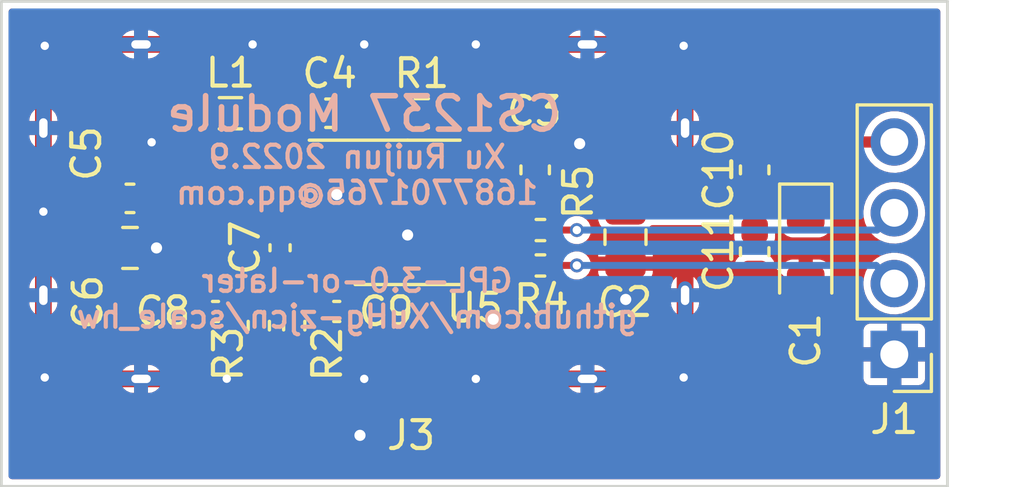
<source format=kicad_pcb>
(kicad_pcb (version 20211014) (generator pcbnew)
  (layers (0 "F.Cu" signal) (31 "B.Cu" signal) (34 "B.Paste" user) (35 "F.Paste" user) (36 "B.SilkS" user "B.Silkscreen") (37 "F.SilkS" user "F.Silkscreen") (38 "B.Mask" user) (39 "F.Mask" user) (44 "Edge.Cuts" user))
  (net 0 "")
  (net 1 "GND")
  (net 2 "+5V")
  (net 3 "Net-(C4-Pad1)")
  (net 4 "Net-(J1-Pad2)")
  (net 5 "Net-(J1-Pad3)")
  (net 6 "Net-(C5-Pad1)")
  (net 7 "Net-(C7-Pad1)")
  (net 8 "Net-(C7-Pad2)")
  (net 9 "Net-(J3-Pad2)")
  (net 10 "Net-(J3-Pad3)")
  (net 11 "Net-(R1-Pad2)")
  (net 12 "Net-(R4-Pad1)")
  (net 13 "Net-(R5-Pad1)")
  (footprint "Capacitor_SMD:C_0603_1608Metric" (layer "F.Cu") (at 87.204082 57.4802 90)
    (fp_text reference "C3" (at 2.1082 -0.031282 180) (layer "F.SilkS"))
    (fp_text value "100nf")
    (fp_line (start -0.14058 -0.51) (end 0.14058 -0.51) (layer "F.SilkS") (width 0.12))
    (fp_line (start -0.14058 0.51) (end 0.14058 0.51) (layer "F.SilkS") (width 0.12))
    (pad "1" smd roundrect (at -0.775 0 90) (size 0.9 0.95) (layers "F.Cu" "F.Paste" "F.Mask") (net 2 "+5V"))
    (pad "2" smd roundrect (at 0.775 0 90) (size 0.9 0.95) (layers "F.Cu" "F.Paste" "F.Mask") (net 1 "GND"))
  )
  (footprint "Resistor_SMD:R_0402_1005Metric" (layer "F.Cu") (at 77.298082 63.0682 90)
    (fp_text reference "R3" (at -1.016 -1.098082 90) (layer "F.SilkS"))
    (fp_text value "100")
    (fp_line (start -0.153641 0.38) (end 0.153641 0.38) (layer "F.SilkS") (width 0.12))
    (fp_line (start -0.153641 -0.38) (end 0.153641 -0.38) (layer "F.SilkS") (width 0.12))
    (pad "1" smd roundrect (at -0.51 0 90) (size 0.54 0.64) (layers "F.Cu" "F.Paste" "F.Mask") (net 9 "Net-(J3-Pad2)"))
    (pad "2" smd roundrect (at 0.51 0 90) (size 0.54 0.64) (layers "F.Cu" "F.Paste" "F.Mask") (net 8 "Net-(C7-Pad2)"))
  )
  (footprint "pads:pad4_1x1.5mm_Pitch2mm" (layer "F.Cu") (at 77.930582 67.0052)
    (fp_text reference "J3" (at 4.826 0 unlocked) (layer "F.SilkS"))
    (fp_text value "Conn_01x04")
    (pad "1" smd roundrect (at -3 0) (size 1 1.5) (layers "F.Cu" "F.Paste" "F.Mask") (net 6 "Net-(C5-Pad1)"))
    (pad "2" smd roundrect (at -1 0) (size 1 1.5) (layers "F.Cu" "F.Paste" "F.Mask") (net 9 "Net-(J3-Pad2)"))
    (pad "3" smd roundrect (at 1 0) (size 1 1.5) (layers "F.Cu" "F.Paste" "F.Mask") (net 10 "Net-(J3-Pad3)"))
    (pad "4" smd roundrect (at 3 0) (size 1 1.5) (layers "F.Cu" "F.Paste" "F.Mask") (net 1 "GND"))
  )
  (footprint "Capacitor_SMD:C_0402_1005Metric" (layer "F.Cu") (at 80.092082 62.5602 180)
    (fp_text reference "C9" (at -1.7755 0) (layer "F.SilkS"))
    (fp_text value "100pf")
    (fp_line (start -0.107836 -0.36) (end 0.107836 -0.36) (layer "F.SilkS") (width 0.12))
    (fp_line (start -0.107836 0.36) (end 0.107836 0.36) (layer "F.SilkS") (width 0.12))
    (pad "1" smd roundrect (at -0.48 0 180) (size 0.56 0.62) (layers "F.Cu" "F.Paste" "F.Mask") (net 1 "GND"))
    (pad "2" smd roundrect (at 0.48 0 180) (size 0.56 0.62) (layers "F.Cu" "F.Paste" "F.Mask") (net 7 "Net-(C7-Pad1)"))
  )
  (footprint "Capacitor_SMD:C_0805_2012Metric" (layer "F.Cu") (at 90.441332 59.8932 -90)
    (fp_text reference "C2" (at 2.3368 0.017332 180) (layer "F.SilkS"))
    (fp_text value "10uf")
    (fp_line (start -0.261252 -0.735) (end 0.261252 -0.735) (layer "F.SilkS") (width 0.12))
    (fp_line (start -0.261252 0.735) (end 0.261252 0.735) (layer "F.SilkS") (width 0.12))
    (pad "1" smd roundrect (at -0.95 0 270) (size 1 1.45) (layers "F.Cu" "F.Paste" "F.Mask") (net 2 "+5V"))
    (pad "2" smd roundrect (at 0.95 0 270) (size 1 1.45) (layers "F.Cu" "F.Paste" "F.Mask") (net 1 "GND"))
  )
  (footprint "Connector_PinHeader_2.54mm:PinHeader_1x04_P2.54mm_Vertical" (layer "F.Cu") (at 100.076 64.0996 180)
    (fp_text reference "J1" (at 0 -2.33 180) (layer "F.SilkS"))
    (fp_text value "Conn_01x04")
    (fp_line (start -1.33 0) (end -1.33 -1.33) (layer "F.SilkS") (width 0.12))
    (fp_line (start -1.33 8.95) (end 1.33 8.95) (layer "F.SilkS") (width 0.12))
    (fp_line (start -1.33 1.27) (end -1.33 8.95) (layer "F.SilkS") (width 0.12))
    (fp_line (start -1.33 -1.33) (end 0 -1.33) (layer "F.SilkS") (width 0.12))
    (fp_line (start 1.33 1.27) (end 1.33 8.95) (layer "F.SilkS") (width 0.12))
    (fp_line (start -1.33 1.27) (end 1.33 1.27) (layer "F.SilkS") (width 0.12))
    (pad "1" thru_hole rect (at 0 0 180) (size 1.7 1.7) (drill 1) (layers *.Cu *.Mask) (net 1 "GND"))
    (pad "2" thru_hole oval (at 0 2.54 180) (size 1.7 1.7) (drill 1) (layers *.Cu *.Mask) (net 4 "Net-(J1-Pad2)"))
    (pad "3" thru_hole oval (at 0 5.08 180) (size 1.7 1.7) (drill 1) (layers *.Cu *.Mask) (net 5 "Net-(J1-Pad3)"))
    (pad "4" thru_hole oval (at 0 7.62 180) (size 1.7 1.7) (drill 1) (layers *.Cu *.Mask) (net 2 "+5V"))
  )
  (footprint "Capacitor_SMD:C_0402_1005Metric" (layer "F.Cu") (at 75.746082 62.5602 180)
    (fp_text reference "C8" (at 1.882882 0) (layer "F.SilkS"))
    (fp_text value "100pf")
    (fp_line (start -0.107836 0.36) (end 0.107836 0.36) (layer "F.SilkS") (width 0.12))
    (fp_line (start -0.107836 -0.36) (end 0.107836 -0.36) (layer "F.SilkS") (width 0.12))
    (pad "1" smd roundrect (at -0.48 0 180) (size 0.56 0.62) (layers "F.Cu" "F.Paste" "F.Mask") (net 8 "Net-(C7-Pad2)"))
    (pad "2" smd roundrect (at 0.48 0 180) (size 0.56 0.62) (layers "F.Cu" "F.Paste" "F.Mask") (net 1 "GND"))
  )
  (footprint "Resistor_SMD:R_0402_1005Metric" (layer "F.Cu") (at 87.393332 59.6392)
    (fp_text reference "R5" (at 1.354268 -1.3716 90) (layer "F.SilkS"))
    (fp_text value "1k")
    (fp_line (start -0.153641 -0.38) (end 0.153641 -0.38) (layer "F.SilkS") (width 0.12))
    (fp_line (start -0.153641 0.38) (end 0.153641 0.38) (layer "F.SilkS") (width 0.12))
    (pad "1" smd roundrect (at -0.51 0) (size 0.54 0.64) (layers "F.Cu" "F.Paste" "F.Mask") (net 13 "Net-(R5-Pad1)"))
    (pad "2" smd roundrect (at 0.51 0) (size 0.54 0.64) (layers "F.Cu" "F.Paste" "F.Mask") (net 5 "Net-(J1-Pad3)"))
  )
  (footprint "Resistor_SMD:R_0402_1005Metric" (layer "F.Cu") (at 87.393332 60.9092)
    (fp_text reference "R4" (at 0.033468 1.2192) (layer "F.SilkS"))
    (fp_text value "1k")
    (fp_line (start -0.153641 -0.38) (end 0.153641 -0.38) (layer "F.SilkS") (width 0.12))
    (fp_line (start -0.153641 0.38) (end 0.153641 0.38) (layer "F.SilkS") (width 0.12))
    (pad "1" smd roundrect (at -0.51 0) (size 0.54 0.64) (layers "F.Cu" "F.Paste" "F.Mask") (net 12 "Net-(R4-Pad1)"))
    (pad "2" smd roundrect (at 0.51 0) (size 0.54 0.64) (layers "F.Cu" "F.Paste" "F.Mask") (net 4 "Net-(J1-Pad2)"))
  )
  (footprint "Package_SO:SOP-8_3.76x4.96mm_P1.27mm" (layer "F.Cu") (at 82.632082 59.0042)
    (fp_text reference "U5" (at 2.4105 3.429) (layer "F.SilkS"))
    (fp_text value "CS1237")
    (fp_line (start 0 2.59) (end -1.88 2.59) (layer "F.SilkS") (width 0.12))
    (fp_line (start 0 -2.59) (end 1.88 -2.59) (layer "F.SilkS") (width 0.12))
    (fp_line (start 0 2.59) (end 1.88 2.59) (layer "F.SilkS") (width 0.12))
    (fp_line (start 0 -2.59) (end -3.525 -2.59) (layer "F.SilkS") (width 0.12))
    (pad "1" smd roundrect (at -2.5375 -1.905) (size 1.975 0.65) (layers "F.Cu" "F.Paste" "F.Mask") (net 6 "Net-(C5-Pad1)"))
    (pad "2" smd roundrect (at -2.5375 -0.635) (size 1.975 0.65) (layers "F.Cu" "F.Paste" "F.Mask") (net 1 "GND"))
    (pad "3" smd roundrect (at -2.5375 0.635) (size 1.975 0.65) (layers "F.Cu" "F.Paste" "F.Mask") (net 8 "Net-(C7-Pad2)"))
    (pad "4" smd roundrect (at -2.5375 1.905) (size 1.975 0.65) (layers "F.Cu" "F.Paste" "F.Mask") (net 7 "Net-(C7-Pad1)"))
    (pad "5" smd roundrect (at 2.5375 1.905) (size 1.975 0.65) (layers "F.Cu" "F.Paste" "F.Mask") (net 12 "Net-(R4-Pad1)"))
    (pad "6" smd roundrect (at 2.5375 0.635) (size 1.975 0.65) (layers "F.Cu" "F.Paste" "F.Mask") (net 13 "Net-(R5-Pad1)"))
    (pad "7" smd roundrect (at 2.5375 -0.635) (size 1.975 0.65) (layers "F.Cu" "F.Paste" "F.Mask") (net 2 "+5V"))
    (pad "8" smd roundrect (at 2.5375 -1.905) (size 1.975 0.65) (layers "F.Cu" "F.Paste" "F.Mask") (net 11 "Net-(R1-Pad2)"))
  )
  (footprint "Capacitor_SMD:C_0805_2012Metric" (layer "F.Cu") (at 72.6818 60.280718)
    (fp_text reference "C6" (at -1.511 1.949282 90) (layer "F.SilkS"))
    (fp_text value "10uf")
    (fp_line (start -0.261252 0.735) (end 0.261252 0.735) (layer "F.SilkS") (width 0.12))
    (fp_line (start -0.261252 -0.735) (end 0.261252 -0.735) (layer "F.SilkS") (width 0.12))
    (pad "1" smd roundrect (at -0.95 0) (size 1 1.45) (layers "F.Cu" "F.Paste" "F.Mask") (net 6 "Net-(C5-Pad1)"))
    (pad "2" smd roundrect (at 0.95 0) (size 1 1.45) (layers "F.Cu" "F.Paste" "F.Mask") (net 1 "GND"))
  )
  (footprint "Capacitor_SMD:C_0603_1608Metric" (layer "F.Cu") (at 72.6818 58.502718)
    (fp_text reference "C5" (at -1.5618 -1.606718 90) (layer "F.SilkS"))
    (fp_text value "100nf")
    (fp_line (start -0.14058 0.51) (end 0.14058 0.51) (layer "F.SilkS") (width 0.12))
    (fp_line (start -0.14058 -0.51) (end 0.14058 -0.51) (layer "F.SilkS") (width 0.12))
    (pad "1" smd roundrect (at -0.775 0) (size 0.9 0.95) (layers "F.Cu" "F.Paste" "F.Mask") (net 6 "Net-(C5-Pad1)"))
    (pad "2" smd roundrect (at 0.775 0) (size 0.9 0.95) (layers "F.Cu" "F.Paste" "F.Mask") (net 1 "GND"))
  )
  (footprint "Resistor_SMD:R_0402_1005Metric" (layer "F.Cu") (at 78.568082 63.0682 90)
    (fp_text reference "R2" (at -1.016 1.187918 90) (layer "F.SilkS"))
    (fp_text value "100")
    (fp_line (start -0.153641 -0.38) (end 0.153641 -0.38) (layer "F.SilkS") (width 0.12))
    (fp_line (start -0.153641 0.38) (end 0.153641 0.38) (layer "F.SilkS") (width 0.12))
    (pad "1" smd roundrect (at -0.51 0 90) (size 0.54 0.64) (layers "F.Cu" "F.Paste" "F.Mask") (net 10 "Net-(J3-Pad3)"))
    (pad "2" smd roundrect (at 0.51 0 90) (size 0.54 0.64) (layers "F.Cu" "F.Paste" "F.Mask") (net 7 "Net-(C7-Pad1)"))
  )
  (footprint "pads:Sheild_CS1237MOD" (layer "F.Cu") (at 81.0768 58.9788)
    (fp_text reference "J2" hide)
    (fp_text value "RFShield_OnePiece")
    (pad "1" thru_hole circle (at -4 -6 180) (size 0.6 0.6) (drill 0.3) (layers *.Cu) (net 1 "GND"))
    (pad "1" thru_hole circle (at 11.45 5.95 180) (size 0.6 0.6) (drill 0.3) (layers *.Cu) (net 1 "GND"))
    (pad "1" thru_hole oval (at 11.5 -3) (size 0.5 1) (drill oval 0.3 0.7) (layers *.Cu *.Mask) (net 1 "GND"))
    (pad "1" thru_hole circle (at 11.45 -5.95 180) (size 0.6 0.6) (drill 0.3) (layers *.Cu) (net 1 "GND"))
    (pad "1" thru_hole circle (at 0 6 180) (size 0.6 0.6) (drill 0.3) (layers *.Cu) (net 1 "GND"))
    (pad "1" thru_hole circle (at 0 -6 180) (size 0.6 0.6) (drill 0.3) (layers *.Cu) (net 1 "GND"))
    (pad "1" thru_hole oval (at -11.5 3) (size 0.5 1) (drill oval 0.3 0.7) (layers *.Cu *.Mask) (net 1 "GND"))
    (pad "1" smd rect (at -11.5 0 90) (size 12.6 0.6) (layers "F.Cu" "F.Paste" "F.Mask") (net 1 "GND"))
    (pad "1" thru_hole circle (at 4 6 180) (size 0.6 0.6) (drill 0.3) (layers *.Cu) (net 1 "GND"))
    (pad "1" thru_hole oval (at -8 6) (size 1 0.5) (drill oval 0.7 0.3) (layers *.Cu *.Mask) (net 1 "GND"))
    (pad "1" thru_hole oval (at -8 -6) (size 1 0.5) (drill oval 0.7 0.3) (layers *.Cu *.Mask) (net 1 "GND"))
    (pad "1" smd rect (at 11.5 3.4 90) (size 5.8 0.6) (layers "F.Cu" "F.Paste" "F.Mask") (net 1 "GND"))
    (pad "1" thru_hole circle (at -11.5 0 180) (size 0.6 0.6) (drill 0.3) (layers *.Cu) (net 1 "GND"))
    (pad "1" thru_hole oval (at 8 6) (size 1 0.5) (drill oval 0.7 0.3) (layers *.Cu *.Mask) (net 1 "GND"))
    (pad "1" thru_hole circle (at -11.45 -5.95 180) (size 0.6 0.6) (drill 0.3) (layers *.Cu) (net 1 "GND"))
    (pad "1" thru_hole oval (at 8 -6) (size 1 0.5) (drill oval 0.7 0.3) (layers *.Cu *.Mask) (net 1 "GND"))
    (pad "1" smd rect (at 5.75 6 180) (size 12.1 0.6) (layers "F.Cu" "F.Paste" "F.Mask") (net 1 "GND"))
    (pad "1" thru_hole circle (at 4 -6 180) (size 0.6 0.6) (drill 0.3) (layers *.Cu) (net 1 "GND"))
    (pad "1" smd rect (at -9.525 6 180) (size 4.55 0.6) (layers "F.Cu" "F.Paste" "F.Mask") (net 1 "GND"))
    (pad "1" smd rect (at 11.5 -3.45 90) (size 5.7 0.6) (layers "F.Cu" "F.Paste" "F.Mask") (net 1 "GND"))
    (pad "1" thru_hole oval (at -11.5 -3) (size 0.5 1) (drill oval 0.3 0.7) (layers *.Cu *.Mask) (net 1 "GND"))
    (pad "1" smd rect (at 0 -6) (size 23.6 0.6) (layers "F.Cu" "F.Paste" "F.Mask") (net 1 "GND"))
    (pad "1" thru_hole circle (at -11.45 5.95 180) (size 0.6 0.6) (drill 0.3) (layers *.Cu) (net 1 "GND"))
    (pad "1" thru_hole oval (at 11.5 3) (size 0.5 1) (drill oval 0.3 0.7) (layers *.Cu *.Mask) (net 1 "GND"))
  )
  (footprint "Capacitor_SMD:C_0603_1608Metric" (layer "F.Cu") (at 95.0722 57.4802 90)
    (fp_text reference "C10" (at 0 -1.2954 90) (layer "F.SilkS"))
    (fp_text value "100nf")
    (fp_line (start -0.14058 0.51) (end 0.14058 0.51) (layer "F.SilkS") (width 0.12))
    (fp_line (start -0.14058 -0.51) (end 0.14058 -0.51) (layer "F.SilkS") (width 0.12))
    (pad "1" smd roundrect (at -0.775 0 90) (size 0.9 0.95) (layers "F.Cu" "F.Paste" "F.Mask") (net 2 "+5V"))
    (pad "2" smd roundrect (at 0.775 0 90) (size 0.9 0.95) (layers "F.Cu" "F.Paste" "F.Mask") (net 1 "GND"))
  )
  (footprint "Resistor_SMD:R_0603_1608Metric" (layer "F.Cu") (at 83.140082 55.4482)
    (fp_text reference "R1" (at 0 -1.43) (layer "F.SilkS"))
    (fp_text value "1")
    (fp_line (start -0.237258 -0.5225) (end 0.237258 -0.5225) (layer "F.SilkS") (width 0.12))
    (fp_line (start -0.237258 0.5225) (end 0.237258 0.5225) (layer "F.SilkS") (width 0.12))
    (pad "1" smd roundrect (at -0.825 0) (size 0.8 0.95) (layers "F.Cu" "F.Paste" "F.Mask") (net 3 "Net-(C4-Pad1)"))
    (pad "2" smd roundrect (at 0.825 0) (size 0.8 0.95) (layers "F.Cu" "F.Paste" "F.Mask") (net 11 "Net-(R1-Pad2)"))
  )
  (footprint "Capacitor_SMD:C_0603_1608Metric" (layer "F.Cu") (at 95.0722 60.4142 -90)
    (fp_text reference "C11" (at 0 1.2954 90) (layer "F.SilkS"))
    (fp_text value "100nf")
    (fp_line (start -0.14058 0.51) (end 0.14058 0.51) (layer "F.SilkS") (width 0.12))
    (fp_line (start -0.14058 -0.51) (end 0.14058 -0.51) (layer "F.SilkS") (width 0.12))
    (pad "1" smd roundrect (at -0.775 0 270) (size 0.9 0.95) (layers "F.Cu" "F.Paste" "F.Mask") (net 2 "+5V"))
    (pad "2" smd roundrect (at 0.775 0 270) (size 0.9 0.95) (layers "F.Cu" "F.Paste" "F.Mask") (net 1 "GND"))
  )
  (footprint "Capacitor_SMD:C_0402_1005Metric" (layer "F.Cu") (at 78.060082 60.2742 90)
    (fp_text reference "C7" (at 0 -1.250482 90) (layer "F.SilkS"))
    (fp_text value "100nf")
    (fp_line (start -0.107836 0.36) (end 0.107836 0.36) (layer "F.SilkS") (width 0.12))
    (fp_line (start -0.107836 -0.36) (end 0.107836 -0.36) (layer "F.SilkS") (width 0.12))
    (pad "1" smd roundrect (at -0.48 0 90) (size 0.56 0.62) (layers "F.Cu" "F.Paste" "F.Mask") (net 7 "Net-(C7-Pad1)"))
    (pad "2" smd roundrect (at 0.48 0 90) (size 0.56 0.62) (layers "F.Cu" "F.Paste" "F.Mask") (net 8 "Net-(C7-Pad2)"))
  )
  (footprint "Capacitor_Tantalum_SMD:CP_EIA-3216-18_Kemet-A" (layer "F.Cu") (at 96.901 60.2996 -90)
    (fp_text reference "C1" (at 3.302 0 90) (layer "F.SilkS"))
    (fp_text value "47uF")
    (fp_line (start -2.31 -0.935) (end -2.31 0.935) (layer "F.SilkS") (width 0.12))
    (fp_line (start 1.6 -0.935) (end -2.31 -0.935) (layer "F.SilkS") (width 0.12))
    (fp_line (start -2.31 0.935) (end 1.6 0.935) (layer "F.SilkS") (width 0.12))
    (pad "1" smd roundrect (at -1.35 0 270) (size 1.4 1.35) (layers "F.Cu" "F.Paste" "F.Mask") (roundrect_rratio 0.1851851852) (net 2 "+5V"))
    (pad "2" smd roundrect (at 1.35 0 270) (size 1.4 1.35) (layers "F.Cu" "F.Paste" "F.Mask") (roundrect_rratio 0.1851851852) (net 1 "GND"))
  )
  (footprint "Capacitor_SMD:C_0603_1608Metric" (layer "F.Cu") (at 79.838082 55.4482)
    (fp_text reference "C4" (at 0 -1.43) (layer "F.SilkS"))
    (fp_text value "100n")
    (fp_line (start -0.14058 0.51) (end 0.14058 0.51) (layer "F.SilkS") (width 0.12))
    (fp_line (start -0.14058 -0.51) (end 0.14058 -0.51) (layer "F.SilkS") (width 0.12))
    (pad "1" smd roundrect (at -0.775 0) (size 0.9 0.95) (layers "F.Cu" "F.Paste" "F.Mask") (net 3 "Net-(C4-Pad1)"))
    (pad "2" smd roundrect (at 0.775 0) (size 0.9 0.95) (layers "F.Cu" "F.Paste" "F.Mask") (net 1 "GND"))
  )
  (footprint "Inductor_SMD:L_0805_2012Metric" (layer "F.Cu") (at 76.282082 55.4482)
    (fp_text reference "L1" (at 0 -1.4478) (layer "F.SilkS"))
    (fp_text value "10uH")
    (fp_line (start -0.399622 -0.56) (end 0.399622 -0.56) (layer "F.SilkS") (width 0.12))
    (fp_line (start -0.399622 0.56) (end 0.399622 0.56) (layer "F.SilkS") (width 0.12))
    (pad "1" smd roundrect (at -1.0625 0) (size 0.875 1.2) (layers "F.Cu" "F.Paste" "F.Mask") (net 6 "Net-(C5-Pad1)"))
    (pad "2" smd roundrect (at 1.0625 0) (size 0.875 1.2) (layers "F.Cu" "F.Paste" "F.Mask") (net 3 "Net-(C4-Pad1)"))
  )
  (gr_line (start 68.072 51.435) (end 101.981 51.435) (layer "Edge.Cuts") (width 0.1))
  (gr_line (start 101.981 51.435) (end 101.981 68.834) (layer "Edge.Cuts") (width 0.1))
  (gr_line (start 101.981 68.834) (end 68.072 68.834) (layer "Edge.Cuts") (width 0.1))
  (gr_line (start 68.072 68.834) (end 68.072 51.435) (layer "Edge.Cuts") (width 0.1))
  (gr_text "GPL-3.0-or-later\ngithub.com/XuHg-zjcn/scale_hw" (at 80.8228 62.103) (layer "B.SilkS") (effects (font (size 0.8 0.8)) (justify mirror)))
  (gr_text "CS1237 Module" (at 81.0768 55.4736) (layer "B.SilkS") (effects (font (size 1.2 1.2) (thickness 0.2)) (justify mirror)))
  (gr_text "Xu Ruijun 2022.9\n1687701765@qq.com" (at 80.8228 57.658) (layer "B.SilkS") (effects (font (size 0.8 0.8)) (justify mirror)))
  (segment (start 82.632082 62.401918) (end 80.930582 64.103418) (width 0.508) (layer "F.Cu") (net 1))
  (segment (start 82.632082 59.817) (end 82.632082 57.4802) (width 0.4) (layer "F.Cu") (net 1))
  (segment (start 95.6548 61.1892) (end 95.0722 61.1892) (width 0.508) (layer "F.Cu") (net 1))
  (segment (start 80.094582 58.3692) (end 81.184282 58.3692) (width 0.508) (layer "F.Cu") (net 1))
  (segment (start 80.930582 67.0052) (end 81.1276 67.0052) (width 0.4) (layer "F.Cu") (net 1))
  (segment (start 83.3882 54.4322) (end 86.4362 54.4322) (width 0.45) (layer "F.Cu") (net 1))
  (segment (start 98.288 64.0996) (end 97.2312 63.0428) (width 0.4) (layer "F.Cu") (net 1))
  (segment (start 98.288 64.0996) (end 100.076 64.0996) (width 0.4) (layer "F.Cu") (net 1))
  (segment (start 80.613082 55.4482) (end 80.613082 55.4612) (width 0.25) (layer "F.Cu") (net 1))
  (segment (start 75.692 58.3692) (end 80.094582 58.3692) (width 0.25) (layer "F.Cu") (net 1))
  (segment (start 80.613082 55.4612) (end 82.632082 57.4802) (width 0.25) (layer "F.Cu") (net 1))
  (segment (start 73.6318 59.357) (end 73.4568 59.182) (width 0.508) (layer "F.Cu") (net 1))
  (segment (start 90.441332 62.196532) (end 90.4494 62.2046) (width 0.508) (layer "F.Cu") (net 1))
  (segment (start 97.2312 63.0428) (end 97.2312 61.6496) (width 0.4) (layer "F.Cu") (net 1))
  (segment (start 96.1152 61.6496) (end 95.6548 61.1892) (width 0.508) (layer "F.Cu") (net 1))
  (segment (start 75.558482 58.502718) (end 73.4568 58.502718) (width 0.25) (layer "F.Cu") (net 1))
  (segment (start 87.204082 55.200082) (end 87.204082 56.7052) (width 0.45) (layer "F.Cu") (net 1))
  (segment (start 93.8886 60.8432) (end 94.2216 61.1762) (width 0.508) (layer "F.Cu") (net 1))
  (segment (start 73.6318 60.280718) (end 73.6318 59.357) (width 0.508) (layer "F.Cu") (net 1))
  (segment (start 80.572082 62.5602) (end 80.572082 63.744918) (width 0.508) (layer "F.Cu") (net 1))
  (segment (start 83.140082 54.680318) (end 83.3882 54.4322) (width 0.45) (layer "F.Cu") (net 1))
  (segment (start 82.632082 62.401918) (end 82.632082 59.817) (width 0.508) (layer "F.Cu") (net 1))
  (segment (start 87.204082 55.200082) (end 86.4362 54.4322) (width 0.45) (layer "F.Cu") (net 1))
  (segment (start 75.558482 58.502718) (end 75.692 58.3692) (width 0.25) (layer "F.Cu") (net 1))
  (segment (start 80.930582 67.0052) (end 80.930582 64.103418) (width 0.508) (layer "F.Cu") (net 1))
  (segment (start 83.140082 56.9722) (end 83.140082 54.680318) (width 0.45) (layer "F.Cu") (net 1))
  (segment (start 96.1152 61.6496) (end 96.901 61.6496) (width 0.508) (layer "F.Cu") (net 1))
  (segment (start 83.140082 56.9722) (end 82.632082 57.4802) (width 0.45) (layer "F.Cu") (net 1))
  (segment (start 90.441332 60.8432) (end 90.441332 62.120332) (width 0.508) (layer "F.Cu") (net 1))
  (segment (start 90.441332 60.8432) (end 93.8886 60.8432) (width 0.508) (layer "F.Cu") (net 1))
  (segment (start 80.572082 63.744918) (end 80.930582 64.103418) (width 0.508) (layer "F.Cu") (net 1))
  (segment (start 90.441332 62.120332) (end 90.4494 62.1284) (width 0.508) (layer "F.Cu") (net 1))
  (segment (start 94.2216 61.1762) (end 95.0722 61.1762) (width 0.508) (layer "F.Cu") (net 1))
  (segment (start 73.4568 59.182) (end 73.4568 58.502718) (width 0.508) (layer "F.Cu") (net 1))
  (segment (start 81.184282 58.3692) (end 82.632082 59.817) (width 0.508) (layer "F.Cu") (net 1))
  (via (at 76.1492 64.9732) (size 0.6) (drill 0.3) (layers "F.Cu" "B.Cu") (net 1))
  (via (at 85.6996 62.8396) (size 0.8) (drill 0.4) (layers "F.Cu" "B.Cu") (net 1))
  (via (at 80.094582 58.3692) (size 0.8) (drill 0.4) (layers "F.Cu" "B.Cu") (net 1))
  (via (at 90.4494 62.1284) (size 0.8) (drill 0.4) (layers "F.Cu" "B.Cu") (net 1))
  (via (at 80.9244 67.0052) (size 0.8) (drill 0.4) (layers "F.Cu" "B.Cu") (net 1))
  (via (at 73.6318 60.280718) (size 0.8) (drill 0.4) (layers "F.Cu" "B.Cu") (net 1))
  (via (at 88.7984 56.5404) (size 0.8) (drill 0.4) (layers "F.Cu" "B.Cu") (net 1))
  (via (at 73.4568 56.4896) (size 0.6) (drill 0.3) (layers "F.Cu" "B.Cu") (net 1))
  (via (at 82.632082 59.817) (size 0.8) (drill 0.4) (layers "F.Cu" "B.Cu") (net 1))
  (segment (start 95.0722 58.9534) (end 90.451532 58.9534) (width 0.508) (layer "F.Cu") (net 2))
  (segment (start 87.204082 58.2552) (end 89.753332 58.2552) (width 0.508) (layer "F.Cu") (net 2))
  (segment (start 90.451532 58.9534) (end 90.441332 58.9432) (width 0.508) (layer "F.Cu") (net 2))
  (segment (start 87.090082 58.3692) (end 87.204082 58.2552) (width 0.508) (layer "F.Cu") (net 2))
  (segment (start 98.0794 56.4796) (end 96.901 57.658) (width 0.4) (layer "F.Cu") (net 2))
  (segment (start 89.753332 58.2552) (end 90.441332 58.9432) (width 0.508) (layer "F.Cu") (net 2))
  (segment (start 95.0722 58.2552) (end 95.0722 58.9534) (width 0.508) (layer "F.Cu") (net 2))
  (segment (start 95.0722 58.9534) (end 95.0722 59.6392) (width 0.508) (layer "F.Cu") (net 2))
  (segment (start 85.169582 58.3692) (end 87.090082 58.3692) (width 0.508) (layer "F.Cu") (net 2))
  (segment (start 100.076 56.4796) (end 98.0794 56.4796) (width 0.4) (layer "F.Cu") (net 2))
  (segment (start 96.901 57.658) (end 96.901 58.9496) (width 0.4) (layer "F.Cu") (net 2))
  (segment (start 95.0722 58.9534) (end 96.8972 58.9534) (width 0.508) (layer "F.Cu") (net 2))
  (segment (start 96.8972 58.9534) (end 96.901 58.9496) (width 0.508) (layer "F.Cu") (net 2))
  (segment (start 79.063082 55.4482) (end 77.344582 55.4482) (width 0.25) (layer "F.Cu") (net 3))
  (segment (start 82.315082 55.1312) (end 82.315082 55.4482) (width 0.25) (layer "F.Cu") (net 3))
  (segment (start 79.330082 54.4322) (end 81.616082 54.4322) (width 0.25) (layer "F.Cu") (net 3))
  (segment (start 79.063082 55.4482) (end 79.063082 54.6992) (width 0.25) (layer "F.Cu") (net 3))
  (segment (start 81.616082 54.4322) (end 82.315082 55.1312) (width 0.25) (layer "F.Cu") (net 3))
  (segment (start 79.063082 54.6992) (end 79.330082 54.4322) (width 0.25) (layer "F.Cu") (net 3))
  (segment (start 87.903332 60.9092) (end 88.6968 60.9092) (width 0.25) (layer "F.Cu") (net 4))
  (via (at 88.6968 60.9092) (size 0.5) (drill 0.3) (layers "F.Cu" "B.Cu") (net 4))
  (segment (start 99.4256 60.9092) (end 100.076 61.5596) (width 0.25) (layer "B.Cu") (net 4))
  (segment (start 88.6968 60.9092) (end 99.4256 60.9092) (width 0.25) (layer "B.Cu") (net 4))
  (segment (start 87.903332 59.6392) (end 88.6968 59.6392) (width 0.25) (layer "F.Cu") (net 5))
  (via (at 88.6968 59.6392) (size 0.5) (drill 0.3) (layers "F.Cu" "B.Cu") (net 5))
  (segment (start 99.4564 59.6392) (end 100.076 59.0196) (width 0.25) (layer "B.Cu") (net 5))
  (segment (start 88.6968 59.6392) (end 99.4564 59.6392) (width 0.25) (layer "B.Cu") (net 5))
  (segment (start 80.094582 57.0992) (end 79.203082 57.0992) (width 0.25) (layer "F.Cu") (net 6))
  (segment (start 71.7318 61.4448) (end 71.7318 60.280718) (width 0.508) (layer "F.Cu") (net 6))
  (segment (start 72.980082 55.4482) (end 75.219582 55.4482) (width 0.25) (layer "F.Cu") (net 6))
  (segment (start 74.930582 64.643582) (end 71.7318 61.4448) (width 0.508) (layer "F.Cu") (net 6))
  (segment (start 71.9068 56.521482) (end 72.980082 55.4482) (width 0.25) (layer "F.Cu") (net 6))
  (segment (start 74.930582 67.0052) (end 74.930582 64.643582) (width 0.508) (layer "F.Cu") (net 6))
  (segment (start 71.9068 58.502718) (end 71.9068 56.521482) (width 0.25) (layer "F.Cu") (net 6))
  (segment (start 71.7318 60.280718) (end 71.7318 58.677718) (width 0.508) (layer "F.Cu") (net 6))
  (segment (start 72.644 59.368518) (end 71.7318 60.280718) (width 0.25) (layer "F.Cu") (net 6))
  (segment (start 71.7318 58.677718) (end 71.9068 58.502718) (width 0.508) (layer "F.Cu") (net 6))
  (segment (start 78.822082 57.4802) (end 73.0758 57.4802) (width 0.25) (layer "F.Cu") (net 6))
  (segment (start 73.0758 57.4802) (end 72.644 57.912) (width 0.25) (layer "F.Cu") (net 6))
  (segment (start 79.203082 57.0992) (end 78.822082 57.4802) (width 0.25) (layer "F.Cu") (net 6))
  (segment (start 72.644 57.912) (end 72.644 59.368518) (width 0.25) (layer "F.Cu") (net 6))
  (segment (start 78.060082 60.7542) (end 78.060082 62.0502) (width 0.25) (layer "F.Cu") (net 7))
  (segment (start 80.094582 60.9092) (end 78.215082 60.9092) (width 0.25) (layer "F.Cu") (net 7))
  (segment (start 78.215082 60.9092) (end 78.060082 60.7542) (width 0.25) (layer "F.Cu") (net 7))
  (segment (start 79.612082 62.5602) (end 78.570082 62.5602) (width 0.25) (layer "F.Cu") (net 7))
  (segment (start 78.060082 62.0502) (end 78.568082 62.5582) (width 0.25) (layer "F.Cu") (net 7))
  (segment (start 78.570082 62.5602) (end 78.568082 62.5582) (width 0.25) (layer "F.Cu") (net 7))
  (segment (start 77.298082 60.2742) (end 77.778082 59.7942) (width 0.25) (layer "F.Cu") (net 8))
  (segment (start 77.778082 59.7942) (end 78.060082 59.7942) (width 0.25) (layer "F.Cu") (net 8))
  (segment (start 77.298082 62.5582) (end 77.298082 60.2742) (width 0.25) (layer "F.Cu") (net 8))
  (segment (start 76.226082 62.5602) (end 77.296082 62.5602) (width 0.25) (layer "F.Cu") (net 8))
  (segment (start 77.296082 62.5602) (end 77.298082 62.5582) (width 0.25) (layer "F.Cu") (net 8))
  (segment (start 80.094582 59.6392) (end 78.215082 59.6392) (width 0.25) (layer "F.Cu") (net 8))
  (segment (start 78.215082 59.6392) (end 78.060082 59.7942) (width 0.25) (layer "F.Cu") (net 8))
  (segment (start 77.298082 63.5782) (end 77.298082 65.9265) (width 0.25) (layer "F.Cu") (net 9))
  (segment (start 77.298082 65.9265) (end 76.930582 66.294) (width 0.25) (layer "F.Cu") (net 9))
  (segment (start 76.930582 67.0052) (end 76.930582 66.294) (width 0.25) (layer "F.Cu") (net 9))
  (segment (start 78.930582 67.0052) (end 78.930582 66.294) (width 0.25) (layer "F.Cu") (net 10))
  (segment (start 78.568082 63.5782) (end 78.568082 65.9315) (width 0.25) (layer "F.Cu") (net 10))
  (segment (start 78.568082 65.9315) (end 78.930582 66.294) (width 0.25) (layer "F.Cu") (net 10))
  (segment (start 84.410082 55.4482) (end 85.169582 56.2077) (width 0.25) (layer "F.Cu") (net 11))
  (segment (start 85.169582 56.2077) (end 85.169582 57.0992) (width 0.25) (layer "F.Cu") (net 11))
  (segment (start 83.965082 55.4482) (end 84.410082 55.4482) (width 0.25) (layer "F.Cu") (net 11))
  (segment (start 85.169582 60.9092) (end 86.883332 60.9092) (width 0.2) (layer "F.Cu") (net 12))
  (segment (start 86.756332 59.6392) (end 86.883332 59.7662) (width 0.2) (layer "F.Cu") (net 13))
  (segment (start 85.169582 59.6392) (end 86.756332 59.6392) (width 0.2) (layer "F.Cu") (net 13))
  (zone (net 0) (net_name "") (layer "F.Cu") (connect_pads (clearance 0)) (min_thickness 0.254)
    (keepout (tracks allowed) (vias not_allowed) (pads allowed) (copperpour not_allowed) (footprints allowed))
    (fill (thermal_gap 0.508) (thermal_bridge_width 0.508))
    (polygon (pts (xy 77.346382 54.5592) (xy 75.212782 54.5846) (xy 75.212782 56.3372) (xy 77.346382 56.3372)))
  )
  (zone (net 1) (net_name "GND") (layers F&B.Cu) (connect_pads (clearance 0.254)) (min_thickness 0.254) (fill yes (thermal_gap 0.254) (thermal_bridge_width 0.508))
    (polygon (pts (xy 101.981 68.834) (xy 68.072 68.834) (xy 68.072 51.435) (xy 101.981 51.435)))
  )
)
</source>
